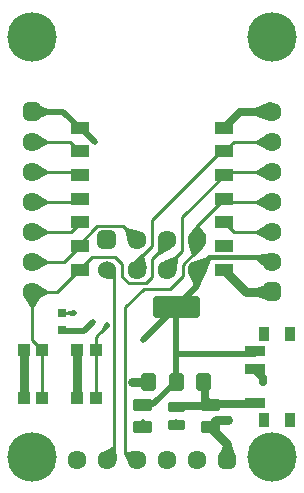
<source format=gbr>
G04 Generated by Ultiboard 13.0 *
%FSLAX25Y25*%
%MOIN*%

%ADD10C,0.00001*%
%ADD11C,0.02000*%
%ADD12C,0.01000*%
%ADD13C,0.02500*%
%ADD14C,0.01782*%
%ADD15C,0.03000*%
%ADD16C,0.02000*%
%ADD17C,0.06334*%
%ADD18R,0.02083X0.02083*%
%ADD19C,0.03917*%
%ADD20C,0.06000*%
%ADD21R,0.02334X0.02334*%
%ADD22C,0.04000*%
%ADD23R,0.05906X0.03937*%
%ADD24R,0.02666X0.03666*%
%ADD25C,0.02334*%
%ADD26R,0.13332X0.04749*%
%ADD27R,0.03150X0.03150*%
%ADD28C,0.03000*%
%ADD29C,0.16500*%
%ADD30R,0.03700X0.04500*%
%ADD31R,0.06500X0.03200*%
%ADD32C,0.02500*%
%ADD33R,0.03937X0.03937*%
%ADD34R,0.04668X0.02251*%
%ADD35C,0.01666*%
%ADD36R,0.04168X0.01501*%


G04 ColorRGB 00FF00 for the following layer *
%LNCopper Top*%
%LPD*%
G54D10*
G54D11*
X58000Y34875D02*
X58000Y60000D01*
X47000Y49000D02*
X65000Y67000D01*
X65000Y72250D01*
X20500Y125000D02*
X10000Y125000D01*
X25976Y119524D02*
X20500Y125000D01*
X20100Y52000D02*
X27500Y52000D01*
X30500Y55000D02*
X27500Y52000D01*
X58000Y35000D02*
X50500Y27500D01*
X46792Y27500D01*
X31000Y115000D02*
X26500Y119500D01*
X26034Y119500D01*
X58000Y44167D02*
X84250Y44167D01*
X84250Y45050D01*
G36*
X15000Y125000D02*
X15000Y125000D01*
X10800Y123167D01*
X10800Y126833D01*
X15000Y125000D01*
D02*
G37*
X10800Y123167D01*
X10800Y126833D01*
X15000Y125000D01*
G36*
X65000Y67083D02*
X65000Y67083D01*
X63033Y71341D01*
X66967Y71341D01*
X65000Y67083D01*
D02*
G37*
X63033Y71341D01*
X66967Y71341D01*
X65000Y67083D01*
G54D12*
X31250Y29549D02*
X31250Y44500D01*
X13500Y29304D02*
X13500Y45500D01*
X35000Y53750D02*
X31250Y50000D01*
X31250Y45691D02*
X31250Y50000D01*
X74031Y111695D02*
X77337Y115000D01*
X90000Y115000D01*
X75250Y105000D02*
X90000Y105000D01*
X75000Y95000D02*
X90000Y95000D01*
X75000Y95000D02*
X74000Y96000D01*
X77250Y85000D02*
X90000Y85000D01*
X77250Y85000D02*
X74250Y88000D01*
X20750Y75000D02*
X10000Y75000D01*
X25982Y80232D02*
X20750Y75000D01*
X18500Y65000D02*
X10000Y65000D01*
X25938Y72438D02*
X18500Y65000D01*
X65000Y82250D02*
X65000Y87000D01*
X73992Y95992D01*
X73000Y111750D02*
X74000Y111750D01*
X13500Y45500D02*
X10000Y49000D01*
X10000Y65000D01*
X22750Y115000D02*
X10000Y115000D01*
X22750Y115000D02*
X26000Y111750D01*
X24910Y105000D02*
X10000Y105000D01*
X24910Y105000D02*
X26000Y103910D01*
X25000Y95000D02*
X10000Y95000D01*
X26000Y96000D02*
X25000Y95000D01*
X23000Y85000D02*
X10000Y85000D01*
X26000Y88000D02*
X23000Y85000D01*
X31675Y86817D02*
X30433Y85575D01*
X30433Y85433D02*
X26000Y81000D01*
X26000Y80250D01*
X30433Y85575D02*
X30433Y85433D01*
X45000Y82250D02*
X40250Y87000D01*
X31804Y87000D01*
X23938Y58000D02*
X20000Y58000D01*
X45000Y75317D02*
X45000Y72250D01*
X30150Y76650D02*
X26000Y72500D01*
X60067Y89817D02*
X75250Y105000D01*
X47250Y66000D02*
X56000Y66000D01*
X60250Y70250D01*
X40933Y59683D02*
X47250Y66000D01*
X37500Y11250D02*
X35000Y8750D01*
X43500Y8750D02*
X40933Y11317D01*
X40933Y59683D01*
X43500Y8750D02*
X45000Y8750D01*
X37500Y67333D02*
X37500Y11250D01*
X37500Y67250D02*
X37500Y69750D01*
X35000Y72250D02*
X37500Y69750D01*
X42188Y67683D02*
X40150Y69721D01*
X50067Y69858D02*
X47892Y67683D01*
X42188Y67683D01*
X40150Y74073D02*
X37573Y76650D01*
X40150Y69721D02*
X40150Y74073D01*
X37573Y76650D02*
X30150Y76650D01*
X55000Y73541D02*
X60067Y78608D01*
X55000Y73541D02*
X55000Y72250D01*
X60067Y78608D02*
X60067Y89817D01*
X60250Y74000D02*
X65000Y78750D01*
X60250Y70250D02*
X60250Y74000D01*
X65000Y82000D02*
X65000Y78750D01*
X49933Y80250D02*
X49933Y88683D01*
X45000Y75317D02*
X49933Y80250D01*
X49933Y88683D02*
X73000Y111750D01*
X55000Y80750D02*
X50067Y75817D01*
X50067Y69858D01*
X55000Y80750D02*
X55000Y82250D01*
G36*
X41036Y11214D02*
X41036Y11214D01*
X44861Y11413D01*
X42550Y7696D01*
X41036Y11214D01*
D02*
G37*
X44861Y11413D01*
X42550Y7696D01*
X41036Y11214D01*
G36*
X37500Y13272D02*
X37500Y13272D01*
X37665Y8849D01*
X33667Y11060D01*
X37500Y13272D01*
D02*
G37*
X37665Y8849D01*
X33667Y11060D01*
X37500Y13272D01*
G36*
X15167Y85000D02*
X15167Y85000D01*
X11377Y82716D01*
X11377Y87284D01*
X15167Y85000D01*
D02*
G37*
X11377Y82716D01*
X11377Y87284D01*
X15167Y85000D01*
G36*
X15167Y75000D02*
X15167Y75000D01*
X11377Y72716D01*
X11377Y77284D01*
X15167Y75000D01*
D02*
G37*
X11377Y72716D01*
X11377Y77284D01*
X15167Y75000D01*
G36*
X15167Y115000D02*
X15167Y115000D01*
X11377Y112716D01*
X11377Y117284D01*
X15167Y115000D01*
D02*
G37*
X11377Y112716D01*
X11377Y117284D01*
X15167Y115000D01*
G36*
X15167Y105000D02*
X15167Y105000D01*
X11377Y102716D01*
X11377Y107284D01*
X15167Y105000D01*
D02*
G37*
X11377Y102716D01*
X11377Y107284D01*
X15167Y105000D01*
G36*
X15167Y95000D02*
X15167Y95000D01*
X11377Y92716D01*
X11377Y97284D01*
X15167Y95000D01*
D02*
G37*
X11377Y92716D01*
X11377Y97284D01*
X15167Y95000D01*
G36*
X10000Y59833D02*
X10000Y59833D01*
X7716Y63623D01*
X12284Y63623D01*
X10000Y59833D01*
D02*
G37*
X7716Y63623D01*
X12284Y63623D01*
X10000Y59833D01*
G36*
X15167Y65000D02*
X15167Y65000D01*
X11377Y62716D01*
X11377Y67284D01*
X15167Y65000D01*
D02*
G37*
X11377Y62716D01*
X11377Y67284D01*
X15167Y65000D01*
G36*
X20938Y58000D02*
X20938Y58000D01*
X23854Y58493D01*
X23854Y57507D01*
X20938Y58000D01*
D02*
G37*
X23854Y58493D01*
X23854Y57507D01*
X20938Y58000D01*
G36*
X41346Y85904D02*
X41346Y85904D01*
X45642Y84839D01*
X42411Y81608D01*
X41346Y85904D01*
D02*
G37*
X45642Y84839D01*
X42411Y81608D01*
X41346Y85904D01*
G36*
X52174Y77924D02*
X52174Y77924D01*
X52335Y82347D01*
X56160Y79848D01*
X52174Y77924D01*
D02*
G37*
X52335Y82347D01*
X56160Y79848D01*
X52174Y77924D01*
G36*
X63543Y77293D02*
X63543Y77293D01*
X62420Y81574D01*
X66803Y80285D01*
X63543Y77293D01*
D02*
G37*
X62420Y81574D01*
X66803Y80285D01*
X63543Y77293D01*
G36*
X65000Y86917D02*
X65000Y86917D01*
X67189Y83774D01*
X62811Y83774D01*
X65000Y86917D01*
D02*
G37*
X67189Y83774D01*
X62811Y83774D01*
X65000Y86917D01*
G36*
X37475Y69775D02*
X37475Y69775D01*
X35026Y69750D01*
X37500Y72224D01*
X37475Y69775D01*
D02*
G37*
X35026Y69750D01*
X37500Y72224D01*
X37475Y69775D01*
G36*
X46783Y77100D02*
X46783Y77100D01*
X47619Y72754D01*
X43331Y74330D01*
X46783Y77100D01*
D02*
G37*
X47619Y72754D01*
X43331Y74330D01*
X46783Y77100D01*
G36*
X57950Y76492D02*
X57950Y76492D01*
X57661Y72076D01*
X53911Y74684D01*
X57950Y76492D01*
D02*
G37*
X57661Y72076D01*
X53911Y74684D01*
X57950Y76492D01*
G36*
X84833Y105000D02*
X84833Y105000D01*
X88623Y107284D01*
X88623Y102716D01*
X84833Y105000D01*
D02*
G37*
X88623Y107284D01*
X88623Y102716D01*
X84833Y105000D01*
G36*
X84833Y115000D02*
X84833Y115000D01*
X88623Y117284D01*
X88623Y112716D01*
X84833Y115000D01*
D02*
G37*
X88623Y117284D01*
X88623Y112716D01*
X84833Y115000D01*
G36*
X32879Y51629D02*
X32879Y51629D01*
X34592Y54040D01*
X35290Y53342D01*
X32879Y51629D01*
D02*
G37*
X34592Y54040D01*
X35290Y53342D01*
X32879Y51629D01*
G36*
X84833Y85000D02*
X84833Y85000D01*
X88623Y87284D01*
X88623Y82716D01*
X84833Y85000D01*
D02*
G37*
X88623Y87284D01*
X88623Y82716D01*
X84833Y85000D01*
G36*
X84833Y95000D02*
X84833Y95000D01*
X88623Y97284D01*
X88623Y92716D01*
X84833Y95000D01*
D02*
G37*
X88623Y97284D01*
X88623Y92716D01*
X84833Y95000D01*
G36*
X76121Y86129D02*
X76121Y86129D01*
X73669Y87784D01*
X74349Y88498D01*
X76121Y86129D01*
D02*
G37*
X73669Y87784D01*
X74349Y88498D01*
X76121Y86129D01*
G54D13*
X74031Y119569D02*
X79463Y125000D01*
X90000Y125000D01*
X70917Y27417D02*
X69250Y27417D01*
X71250Y27083D02*
X70917Y27417D01*
X69250Y27417D02*
X67417Y27417D01*
X69250Y27417D02*
X67833Y28833D01*
X67417Y27417D02*
X66833Y26833D01*
X58083Y26833D01*
X67833Y28833D02*
X67833Y34333D01*
X58083Y26833D02*
X58000Y26750D01*
X67833Y34333D02*
X67167Y35000D01*
X72575Y27417D02*
X83917Y27417D01*
X84250Y27750D01*
X72667Y27500D02*
X69250Y27500D01*
X87000Y36250D02*
X87000Y35000D01*
X87000Y36250D02*
X84250Y39000D01*
G36*
X84833Y125000D02*
X84833Y125000D01*
X89289Y126780D01*
X89289Y123220D01*
X84833Y125000D01*
D02*
G37*
X89289Y126780D01*
X89289Y123220D01*
X84833Y125000D01*
G54D14*
X88911Y76339D02*
X90000Y75250D01*
X69089Y76339D02*
X88911Y76339D01*
X65000Y72250D02*
X69089Y76339D01*
G36*
X68654Y75904D02*
X68654Y75904D01*
X67154Y71514D01*
X64264Y74404D01*
X68654Y75904D01*
D02*
G37*
X67154Y71514D01*
X64264Y74404D01*
X68654Y75904D01*
G36*
X85010Y76339D02*
X85010Y76339D01*
X89561Y77233D01*
X88502Y73286D01*
X85010Y76339D01*
D02*
G37*
X89561Y77233D01*
X88502Y73286D01*
X85010Y76339D01*
G54D15*
X75000Y14250D02*
X75000Y8750D01*
X69250Y20000D02*
X75000Y14250D01*
X69250Y20000D02*
X71500Y22250D01*
X75500Y22250D01*
X48833Y35000D02*
X43500Y35000D01*
X7250Y29407D02*
X7250Y45650D01*
X25000Y29500D02*
X25000Y45642D01*
X81303Y65000D02*
X90000Y65000D01*
X81303Y65000D02*
X74053Y72250D01*
G36*
X75000Y13750D02*
X75000Y13750D01*
X76431Y9200D01*
X73569Y9200D01*
X75000Y13750D01*
D02*
G37*
X76431Y9200D01*
X73569Y9200D01*
X75000Y13750D01*
G36*
X85000Y65000D02*
X85000Y65000D01*
X89550Y66431D01*
X89550Y63569D01*
X85000Y65000D01*
D02*
G37*
X89550Y66431D01*
X89550Y63569D01*
X85000Y65000D01*
G54D16*
X25000Y42500D03*
X7000Y42000D03*
X47000Y49000D03*
X43500Y35000D03*
X35000Y53750D03*
X73949Y88199D03*
X30500Y55000D03*
X23938Y58000D03*
X47000Y21500D03*
X58000Y21500D03*
X31000Y115000D03*
G54D17*
X90000Y125000D03*
X90000Y95000D03*
X90000Y85000D03*
X90000Y75000D03*
X90000Y115000D03*
X90000Y105000D03*
X55000Y72250D03*
X45000Y72250D03*
X65000Y72250D03*
X65000Y82250D03*
X55000Y82250D03*
X45000Y82250D03*
X10000Y65000D03*
X10000Y95000D03*
X10000Y105000D03*
X10000Y115000D03*
X10000Y75000D03*
X10000Y85000D03*
X65000Y8750D03*
X55000Y8750D03*
X35000Y8750D03*
X45000Y8750D03*
X25000Y8750D03*
G54D18*
X90000Y65000D03*
X10000Y125000D03*
X75000Y8750D03*
G54D19*
X88959Y63959D02*
X91041Y63959D01*
X91041Y66041D01*
X88959Y66041D01*
X88959Y63959D01*D02*
X8959Y123959D02*
X11041Y123959D01*
X11041Y126041D01*
X8959Y126041D01*
X8959Y123959D01*D02*
X73959Y7709D02*
X76041Y7709D01*
X76041Y9791D01*
X73959Y9791D01*
X73959Y7709D01*D02*
G54D20*
X35000Y72250D03*
G54D21*
X35000Y82250D03*
G54D22*
X33833Y81083D02*
X36167Y81083D01*
X36167Y83417D01*
X33833Y83417D01*
X33833Y81083D01*D02*
G54D23*
X26000Y103821D03*
X26000Y111695D03*
X26000Y119569D03*
X26000Y95947D03*
X26000Y88073D03*
X26000Y80199D03*
X26000Y72325D03*
X74031Y119569D03*
X74031Y111695D03*
X74031Y88073D03*
X74031Y95947D03*
X74031Y80199D03*
X74031Y72325D03*
X74031Y103821D03*
G54D24*
X48833Y35000D03*
X67167Y35000D03*
X58000Y35000D03*
G54D25*
X47500Y33167D02*
X50166Y33167D01*
X50166Y36833D01*
X47500Y36833D01*
X47500Y33167D01*D02*
X51334Y57626D02*
X64666Y57626D01*
X64666Y62374D01*
X51334Y62374D01*
X51334Y57626D01*D02*
X65834Y33167D02*
X68500Y33167D01*
X68500Y36833D01*
X65834Y36833D01*
X65834Y33167D01*D02*
X56667Y33167D02*
X59333Y33167D01*
X59333Y36833D01*
X56667Y36833D01*
X56667Y33167D01*D02*
G54D26*
X58000Y60000D03*
G54D27*
X20000Y52100D03*
X20000Y58000D03*
G54D28*
X75500Y22250D03*
G54D29*
X10000Y10000D03*
X90000Y10000D03*
X90000Y150000D03*
X10000Y150000D03*
G54D30*
X87250Y50950D03*
X95950Y50950D03*
X95950Y22250D03*
X87250Y22250D03*
G54D31*
X84250Y27750D03*
X84250Y39150D03*
X84250Y45050D03*
G54D32*
X87000Y35000D03*
G54D33*
X7201Y29358D03*
X13500Y29358D03*
X13500Y45500D03*
X7201Y45500D03*
X25000Y29500D03*
X31299Y29500D03*
X31299Y45642D03*
X25000Y45642D03*
G54D34*
X46750Y27417D03*
X46750Y20083D03*
X69250Y27417D03*
X69250Y20083D03*
G54D35*
X44416Y26292D02*
X49084Y26292D01*
X49084Y28542D01*
X44416Y28542D01*
X44416Y26292D01*D02*
X44416Y18958D02*
X49084Y18958D01*
X49084Y21208D01*
X44416Y21208D01*
X44416Y18958D01*D02*
X55916Y26000D02*
X60084Y26000D01*
X60084Y27500D01*
X55916Y27500D01*
X55916Y26000D01*D02*
X55916Y20000D02*
X60084Y20000D01*
X60084Y21500D01*
X55916Y21500D01*
X55916Y20000D01*D02*
X66916Y26292D02*
X71584Y26292D01*
X71584Y28542D01*
X66916Y28542D01*
X66916Y26292D01*D02*
X66916Y18958D02*
X71584Y18958D01*
X71584Y21208D01*
X66916Y21208D01*
X66916Y18958D01*D02*
G54D36*
X58000Y26750D03*
X58000Y20750D03*

M02*

</source>
